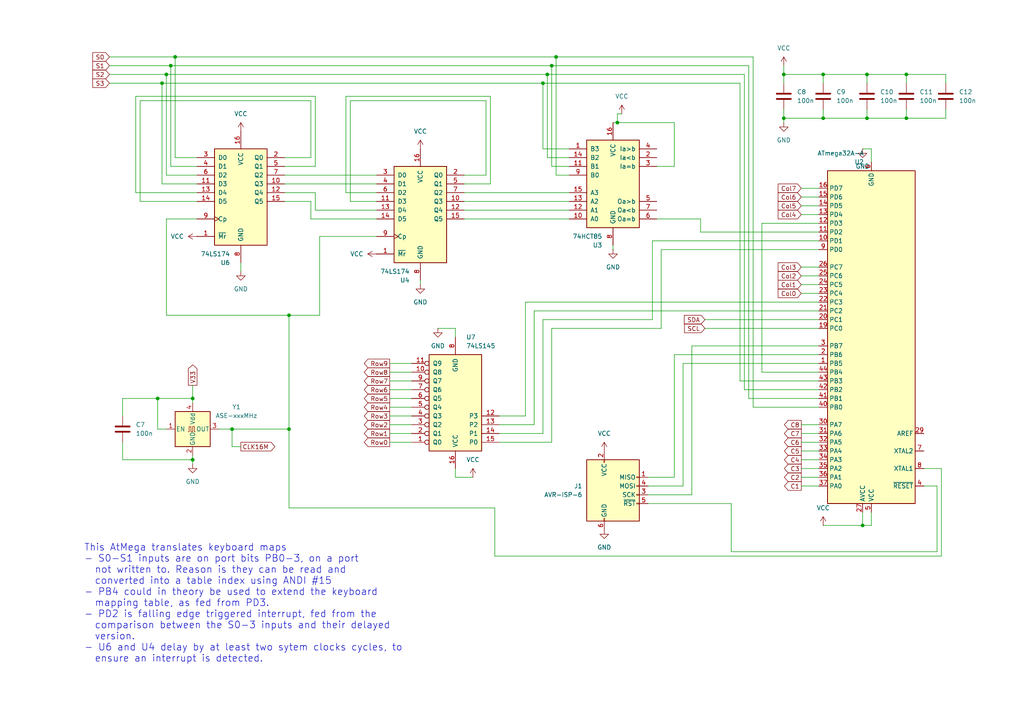
<source format=kicad_sch>
(kicad_sch (version 20250114) (generator "eeschema") (generator_version "9.0")
  (paper "A4")
  (lib_symbols
    (symbol "74xx:74HCT85" (pin_names (offset 1.016))
      (property "Reference" "U" (at -7.62 13.97 0))
      (property "Value" "74HCT85" (at -7.62 -13.97 0))
      (symbol "74HCT85_1_0"
        (pin input line (at -12.7 10.16 0) (length 5.08) (name "B3") (number "1"))
        (pin input line (at -12.7 7.62 0) (length 5.08) (name "B2") (number "14"))
        (pin input line (at -12.7 5.08 0) (length 5.08) (name "B1") (number "11"))
        (pin input line (at -12.7 2.54 0) (length 5.08) (name "B0") (number "9"))
        (pin input line (at -12.7 -2.54 0) (length 5.08) (name "A3") (number "15"))
        (pin input line (at -12.7 -5.08 0) (length 5.08) (name "A2") (number "13"))
        (pin input line (at -12.7 -7.62 0) (length 5.08) (name "A1") (number "12"))
        (pin input line (at -12.7 -10.16 0) (length 5.08) (name "A0") (number "10"))
        (pin power_in line (at 0 17.78 270) (length 5.08) (name "VCC") (number "16"))
        (pin power_in line (at 0 -17.78 90) (length 5.08) (name "GND") (number "8"))
        (pin input line (at 12.7 10.16 180) (length 5.08) (name "Ia>b") (number "4"))
        (pin input line (at 12.7 7.62 180) (length 5.08) (name "Ia<b") (number "2"))
        (pin input line (at 12.7 5.08 180) (length 5.08) (name "Ia=b") (number "3"))
        (pin output line (at 12.7 -5.08 180) (length 5.08) (name "Oa>b") (number "5"))
        (pin output line (at 12.7 -7.62 180) (length 5.08) (name "Oa<b") (number "7"))
        (pin output line (at 12.7 -10.16 180) (length 5.08) (name "Oa=b") (number "6"))
      )
      (symbol "74HCT85_1_1"
        (rectangle (start -7.62 12.7) (end 7.62 -12.7) (stroke (width 0.254)) (fill (type background)))
      )
    )
    (symbol "74xx:74LS145" (pin_names (offset 1.016))
      (property "Reference" "U" (at -7.62 13.97 0))
      (property "Value" "74LS145" (at -7.62 -16.51 0))
      (symbol "74LS145_1_0"
        (pin input line (at -12.7 10.16 0) (length 5.08) (name "P0") (number "15"))
        (pin input line (at -12.7 7.62 0) (length 5.08) (name "P1") (number "14"))
        (pin input line (at -12.7 5.08 0) (length 5.08) (name "P2") (number "13"))
        (pin input line (at -12.7 2.54 0) (length 5.08) (name "P3") (number "12"))
        (pin power_in line (at 0 17.78 270) (length 5.08) (name "VCC") (number "16"))
        (pin power_in line (at 0 -20.32 90) (length 5.08) (name "GND") (number "8"))
        (pin open_collector inverted (at 12.7 10.16 180) (length 5.08) (name "Q0") (number "1"))
        (pin open_collector inverted (at 12.7 7.62 180) (length 5.08) (name "Q1") (number "2"))
        (pin open_collector inverted (at 12.7 5.08 180) (length 5.08) (name "Q2") (number "3"))
        (pin open_collector inverted (at 12.7 2.54 180) (length 5.08) (name "Q3") (number "4"))
        (pin open_collector inverted (at 12.7 0 180) (length 5.08) (name "Q4") (number "5"))
        (pin open_collector inverted (at 12.7 -2.54 180) (length 5.08) (name "Q5") (number "6"))
        (pin open_collector inverted (at 12.7 -5.08 180) (length 5.08) (name "Q6") (number "7"))
        (pin open_collector inverted (at 12.7 -7.62 180) (length 5.08) (name "Q7") (number "9"))
        (pin open_collector inverted (at 12.7 -10.16 180) (length 5.08) (name "Q8") (number "10"))
        (pin open_collector inverted (at 12.7 -12.7 180) (length 5.08) (name "Q9") (number "11"))
      )
      (symbol "74LS145_1_1"
        (rectangle (start -7.62 12.7) (end 7.62 -15.24) (stroke (width 0.254)) (fill (type background)))
      )
    )
    (symbol "74xx:74LS174" (pin_names (offset 1.016))
      (property "Reference" "U" (at -7.62 13.97 0))
      (property "Value" "74LS174" (at -7.62 -16.51 0))
      (symbol "74LS174_1_0"
        (pin input line (at -12.7 10.16 0) (length 5.08) (name "D0") (number "3"))
        (pin input line (at -12.7 7.62 0) (length 5.08) (name "D1") (number "4"))
        (pin input line (at -12.7 5.08 0) (length 5.08) (name "D2") (number "6"))
        (pin input line (at -12.7 2.54 0) (length 5.08) (name "D3") (number "11"))
        (pin input line (at -12.7 0 0) (length 5.08) (name "D4") (number "13"))
        (pin input line (at -12.7 -2.54 0) (length 5.08) (name "D5") (number "14"))
        (pin input clock (at -12.7 -7.62 0) (length 5.08) (name "Cp") (number "9"))
        (pin input line (at -12.7 -12.7 0) (length 5.08) (name "~{Mr}") (number "1"))
        (pin power_in line (at 0 17.78 270) (length 5.08) (name "VCC") (number "16"))
        (pin power_in line (at 0 -20.32 90) (length 5.08) (name "GND") (number "8"))
        (pin output line (at 12.7 10.16 180) (length 5.08) (name "Q0") (number "2"))
        (pin output line (at 12.7 7.62 180) (length 5.08) (name "Q1") (number "5"))
        (pin output line (at 12.7 5.08 180) (length 5.08) (name "Q2") (number "7"))
        (pin output line (at 12.7 2.54 180) (length 5.08) (name "Q3") (number "10"))
        (pin output line (at 12.7 0 180) (length 5.08) (name "Q4") (number "12"))
        (pin output line (at 12.7 -2.54 180) (length 5.08) (name "Q5") (number "15"))
      )
      (symbol "74LS174_1_1"
        (rectangle (start -7.62 12.7) (end 7.62 -15.24) (stroke (width 0.254)) (fill (type background)))
      )
    )
    (symbol "Connector:AVR-ISP-6" (pin_names (offset 1.016))
      (property "Reference" "J" (at -6.35 11.43 0))
      (property "Value" "AVR-ISP-6" (at 0 11.43 0))
      (symbol "AVR-ISP-6_0_1"
        (rectangle (start -2.667 10.16) (end -2.413 9.398))
        (rectangle (start -2.667 -6.858) (end -2.413 -7.62))
        (rectangle (start 7.62 10.16) (end -7.62 -7.62) (stroke (width 0.254)) (fill (type background)))
        (rectangle (start 7.62 5.207) (end 6.858 4.953))
        (rectangle (start 7.62 2.667) (end 6.858 2.413))
        (rectangle (start 7.62 0.127) (end 6.858 -0.127))
        (rectangle (start 7.62 -2.413) (end 6.858 -2.667))
      )
      (symbol "AVR-ISP-6_1_1"
        (pin passive line (at -2.54 12.7 270) (length 2.54) (name "VCC") (number "2"))
        (pin passive line (at -2.54 -10.16 90) (length 2.54) (name "GND") (number "6"))
        (pin passive line (at 10.16 5.08 180) (length 2.54) (name "MISO") (number "1"))
        (pin passive line (at 10.16 2.54 180) (length 2.54) (name "MOSI") (number "4"))
        (pin passive line (at 10.16 0 180) (length 2.54) (name "SCK") (number "3"))
        (pin passive line (at 10.16 -2.54 180) (length 2.54) (name "~{RST}") (number "5"))
      )
    )
    (symbol "Device:C" (pin_numbers (hide yes)) (pin_names (offset 0.254))
      (property "Reference" "C" (at 0.635 2.54 0))
      (property "Value" "C" (at 0.635 -2.54 0))
      (symbol "C_0_1"
        (polyline (pts (xy -2.032 0.762) (xy 2.032 0.762)) (stroke (width 0.508)))
        (polyline (pts (xy -2.032 -0.762) (xy 2.032 -0.762)) (stroke (width 0.508)))
      )
      (symbol "C_1_1"
        (pin passive line (at 0 3.81 270) (length 2.794) (name "~") (number "1"))
        (pin passive line (at 0 -3.81 90) (length 2.794) (name "~") (number "2"))
      )
    )
    (symbol "MCU_Microchip_ATmega:ATmega32A-A"
      (property "Reference" "U" (at -12.7 49.53 0))
      (property "Value" "ATmega32A-A" (at 2.54 -49.53 0))
      (symbol "ATmega32A-A_0_1"
        (rectangle (start -12.7 -48.26) (end 12.7 48.26) (stroke (width 0.254)) (fill (type background)))
      )
      (symbol "ATmega32A-A_1_1"
        (pin input line (at -15.24 43.18 0) (length 2.54) (name "~{RESET}") (number "4"))
        (pin input line (at -15.24 38.1 0) (length 2.54) (name "XTAL1") (number "8"))
        (pin output line (at -15.24 33.02 0) (length 2.54) (name "XTAL2") (number "7"))
        (pin passive line (at -15.24 27.94 0) (length 2.54) (name "AREF") (number "29"))
        (pin passive line (at 0 50.8 270) (length 2.54) (hide yes) (name "VCC") (number "17"))
        (pin passive line (at 0 50.8 270) (length 2.54) (hide yes) (name "VCC") (number "38"))
        (pin power_in line (at 0 50.8 270) (length 2.54) (name "VCC") (number "5"))
        (pin passive line (at 0 -50.8 90) (length 2.54) (hide yes) (name "GND") (number "18"))
        (pin passive line (at 0 -50.8 90) (length 2.54) (hide yes) (name "GND") (number "28"))
        (pin passive line (at 0 -50.8 90) (length 2.54) (hide yes) (name "GND") (number "39"))
        (pin power_in line (at 0 -50.8 90) (length 2.54) (name "GND") (number "6"))
        (pin power_in line (at 2.54 50.8 270) (length 2.54) (name "AVCC") (number "27"))
        (pin bidirectional line (at 15.24 43.18 180) (length 2.54) (name "PA0") (number "37"))
        (pin bidirectional line (at 15.24 40.64 180) (length 2.54) (name "PA1") (number "36"))
        (pin bidirectional line (at 15.24 38.1 180) (length 2.54) (name "PA2") (number "35"))
        (pin bidirectional line (at 15.24 35.56 180) (length 2.54) (name "PA3") (number "34"))
        (pin bidirectional line (at 15.24 33.02 180) (length 2.54) (name "PA4") (number "33"))
        (pin bidirectional line (at 15.24 30.48 180) (length 2.54) (name "PA5") (number "32"))
        (pin bidirectional line (at 15.24 27.94 180) (length 2.54) (name "PA6") (number "31"))
        (pin bidirectional line (at 15.24 25.4 180) (length 2.54) (name "PA7") (number "30"))
        (pin bidirectional line (at 15.24 20.32 180) (length 2.54) (name "PB0") (number "40"))
        (pin bidirectional line (at 15.24 17.78 180) (length 2.54) (name "PB1") (number "41"))
        (pin bidirectional line (at 15.24 15.24 180) (length 2.54) (name "PB2") (number "42"))
        (pin bidirectional line (at 15.24 12.7 180) (length 2.54) (name "PB3") (number "43"))
        (pin bidirectional line (at 15.24 10.16 180) (length 2.54) (name "PB4") (number "44"))
        (pin bidirectional line (at 15.24 7.62 180) (length 2.54) (name "PB5") (number "1"))
        (pin bidirectional line (at 15.24 5.08 180) (length 2.54) (name "PB6") (number "2"))
        (pin bidirectional line (at 15.24 2.54 180) (length 2.54) (name "PB7") (number "3"))
        (pin bidirectional line (at 15.24 -2.54 180) (length 2.54) (name "PC0") (number "19"))
        (pin bidirectional line (at 15.24 -5.08 180) (length 2.54) (name "PC1") (number "20"))
        (pin bidirectional line (at 15.24 -7.62 180) (length 2.54) (name "PC2") (number "21"))
        (pin bidirectional line (at 15.24 -10.16 180) (length 2.54) (name "PC3") (number "22"))
        (pin bidirectional line (at 15.24 -12.7 180) (length 2.54) (name "PC4") (number "23"))
        (pin bidirectional line (at 15.24 -15.24 180) (length 2.54) (name "PC5") (number "24"))
        (pin bidirectional line (at 15.24 -17.78 180) (length 2.54) (name "PC6") (number "25"))
        (pin bidirectional line (at 15.24 -20.32 180) (length 2.54) (name "PC7") (number "26"))
        (pin bidirectional line (at 15.24 -25.4 180) (length 2.54) (name "PD0") (number "9"))
        (pin bidirectional line (at 15.24 -27.94 180) (length 2.54) (name "PD1") (number "10"))
        (pin bidirectional line (at 15.24 -30.48 180) (length 2.54) (name "PD2") (number "11"))
        (pin bidirectional line (at 15.24 -33.02 180) (length 2.54) (name "PD3") (number "12"))
        (pin bidirectional line (at 15.24 -35.56 180) (length 2.54) (name "PD4") (number "13"))
        (pin bidirectional line (at 15.24 -38.1 180) (length 2.54) (name "PD5") (number "14"))
        (pin bidirectional line (at 15.24 -40.64 180) (length 2.54) (name "PD6") (number "15"))
        (pin bidirectional line (at 15.24 -43.18 180) (length 2.54) (name "PD7") (number "16"))
      )
    )
    (symbol "Oscillator:ASE-xxxMHz" (pin_names (offset 0.254))
      (property "Reference" "Y" (at -5.08 6.35 0))
      (property "Value" "ASE-xxxMHz" (at 1.27 -6.35 0))
      (symbol "ASE-xxxMHz_0_1"
        (rectangle (start -5.08 5.08) (end 5.08 -5.08) (stroke (width 0.254)) (fill (type background)))
        (polyline (pts (xy -1.27 -0.762) (xy -1.016 -0.762) (xy -1.016 0.762) (xy -0.508 0.762) (xy -0.508 -0.762) (xy 0 -0.762) (xy 0 0.762) (xy 0.508 0.762) (xy 0.508 -0.762) (xy 0.762 -0.762)))
      )
      (symbol "ASE-xxxMHz_1_1"
        (pin input line (at -7.62 0 0) (length 2.54) (name "EN") (number "1"))
        (pin power_in line (at 0 7.62 270) (length 2.54) (name "Vdd") (number "4"))
        (pin power_in line (at 0 -7.62 90) (length 2.54) (name "GND") (number "2"))
        (pin output line (at 7.62 0 180) (length 2.54) (name "OUT") (number "3"))
      )
    )
    (symbol "power:GND" (power) (pin_numbers (hide yes)) (pin_names (offset 0) (hide yes))
      (property "Value" "GND" (at 0 -3.81 0))
      (symbol "GND_0_1"
        (polyline (pts (xy 0 0) (xy 0 -1.27) (xy 1.27 -1.27) (xy 0 -2.54) (xy -1.27 -1.27) (xy 0 -1.27)))
      )
      (symbol "GND_1_1"
        (pin power_in line (at 0 0 270) (length 0) (name "~") (number "1"))
      )
    )
    (symbol "power:VCC" (power) (pin_numbers (hide yes)) (pin_names (offset 0) (hide yes))
      (property "Value" "VCC" (at 0 3.556 0))
      (symbol "VCC_0_1"
        (polyline (pts (xy -0.762 1.27) (xy 0 2.54)))
        (polyline (pts (xy 0 2.54) (xy 0.762 1.27)))
        (polyline (pts (xy 0 0) (xy 0 2.54)))
      )
      (symbol "VCC_1_1"
        (pin power_in line (at 0 0 90) (length 0) (name "~") (number "1"))
      )
    )
  )
  (text "This AtMega translates keyboard maps\n- S0-S1 inputs are on port bits PB0-3, on a port\n  not written to. Reason is they can be read and\n  converted into a table index using ANDI #15\n- PB4 could in theory be used to extend the keyboard\n  mapping table, as fed from PD3.\n- PD2 is falling edge triggered interrupt, fed from the\n  comparison between the S0-3 inputs and their delayed\n  version. \n- U6 and U4 delay by at least two sytem clocks cycles, to \n  ensure an interrupt is detected." (at 24.384 175.006 0) (effects (font (size 2 2)) (justify left)))
  (junction (at 250.19 152.4))
  (junction (at 67.31 124.46))
  (junction (at 227.33 34.29))
  (junction (at 157.48 24.13))
  (junction (at 49.53 19.05))
  (junction (at 160.02 19.05))
  (junction (at 238.76 21.59))
  (junction (at 238.76 34.29))
  (junction (at 55.88 115.57))
  (junction (at 262.89 34.29))
  (junction (at 55.88 133.35))
  (junction (at 50.8 16.51))
  (junction (at 83.82 124.46))
  (junction (at 48.26 21.59))
  (junction (at 251.46 21.59))
  (junction (at 83.82 91.44))
  (junction (at 45.72 115.57))
  (junction (at 179.07 35.56))
  (junction (at 161.29 16.51))
  (junction (at 158.75 21.59))
  (junction (at 227.33 21.59))
  (junction (at 251.46 34.29))
  (junction (at 262.89 21.59))
  (junction (at 46.99 24.13))
  (wire (pts (xy 91.44 48.26) (xy 91.44 27.94)))
  (wire (pts (xy 46.99 24.13) (xy 31.75 24.13)))
  (wire (pts (xy 113.03 115.57) (xy 119.38 115.57)))
  (wire (pts (xy 232.41 130.81) (xy 237.49 130.81)))
  (wire (pts (xy 46.99 53.34) (xy 57.15 53.34)))
  (wire (pts (xy 273.05 161.29) (xy 273.05 135.89)))
  (wire (pts (xy 215.9 21.59) (xy 215.9 113.03)))
  (wire (pts (xy 55.88 111.76) (xy 55.88 115.57)))
  (wire (pts (xy 251.46 34.29) (xy 238.76 34.29)))
  (wire (pts (xy 218.44 16.51) (xy 218.44 118.11)))
  (wire (pts (xy 39.37 55.88) (xy 39.37 27.94)))
  (wire (pts (xy 50.8 45.72) (xy 57.15 45.72)))
  (wire (pts (xy 232.41 85.09) (xy 237.49 85.09)))
  (wire (pts (xy 83.82 91.44) (xy 92.71 91.44)))
  (wire (pts (xy 113.03 123.19) (xy 119.38 123.19)))
  (wire (pts (xy 238.76 31.75) (xy 238.76 34.29)))
  (wire (pts (xy 142.24 53.34) (xy 142.24 27.94)))
  (wire (pts (xy 83.82 147.32) (xy 143.51 147.32)))
  (wire (pts (xy 232.41 140.97) (xy 237.49 140.97)))
  (wire (pts (xy 160.02 19.05) (xy 217.17 19.05)))
  (wire (pts (xy 113.03 125.73) (xy 119.38 125.73)))
  (wire (pts (xy 232.41 80.01) (xy 237.49 80.01)))
  (wire (pts (xy 187.96 143.51) (xy 200.66 143.51)))
  (wire (pts (xy 204.47 92.71) (xy 237.49 92.71)))
  (wire (pts (xy 90.17 45.72) (xy 90.17 29.21)))
  (wire (pts (xy 143.51 161.29) (xy 273.05 161.29)))
  (wire (pts (xy 191.77 72.39) (xy 191.77 95.25)))
  (wire (pts (xy 134.62 53.34) (xy 142.24 53.34)))
  (wire (pts (xy 109.22 58.42) (xy 101.6 58.42)))
  (wire (pts (xy 203.2 67.31) (xy 237.49 67.31)))
  (wire (pts (xy 48.26 21.59) (xy 48.26 50.8)))
  (wire (pts (xy 57.15 58.42) (xy 40.64 58.42)))
  (wire (pts (xy 262.89 34.29) (xy 251.46 34.29)))
  (wire (pts (xy 227.33 21.59) (xy 238.76 21.59)))
  (wire (pts (xy 91.44 55.88) (xy 91.44 60.96)))
  (wire (pts (xy 91.44 60.96) (xy 109.22 60.96)))
  (wire (pts (xy 237.49 57.15) (xy 232.41 57.15)))
  (wire (pts (xy 49.53 19.05) (xy 49.53 48.26)))
  (wire (pts (xy 109.22 55.88) (xy 100.33 55.88)))
  (wire (pts (xy 140.97 29.21) (xy 101.6 29.21)))
  (wire (pts (xy 237.49 100.33) (xy 200.66 100.33)))
  (wire (pts (xy 274.32 34.29) (xy 262.89 34.29)))
  (wire (pts (xy 251.46 21.59) (xy 251.46 24.13)))
  (wire (pts (xy 83.82 91.44) (xy 83.82 124.46)))
  (wire (pts (xy 48.26 124.46) (xy 45.72 124.46)))
  (wire (pts (xy 50.8 16.51) (xy 50.8 45.72)))
  (wire (pts (xy 83.82 124.46) (xy 83.82 147.32)))
  (wire (pts (xy 46.99 24.13) (xy 46.99 53.34)))
  (wire (pts (xy 157.48 125.73) (xy 144.78 125.73)))
  (wire (pts (xy 57.15 55.88) (xy 39.37 55.88)))
  (wire (pts (xy 90.17 29.21) (xy 40.64 29.21)))
  (wire (pts (xy 227.33 34.29) (xy 227.33 35.56)))
  (wire (pts (xy 198.12 140.97) (xy 198.12 105.41)))
  (wire (pts (xy 165.1 45.72) (xy 158.75 45.72)))
  (wire (pts (xy 67.31 124.46) (xy 83.82 124.46)))
  (wire (pts (xy 127 95.25) (xy 132.08 95.25)))
  (wire (pts (xy 203.2 67.31) (xy 203.2 63.5)))
  (wire (pts (xy 91.44 27.94) (xy 39.37 27.94)))
  (wire (pts (xy 48.26 63.5) (xy 48.26 91.44)))
  (wire (pts (xy 237.49 105.41) (xy 198.12 105.41)))
  (wire (pts (xy 113.03 105.41) (xy 119.38 105.41)))
  (wire (pts (xy 165.1 63.5) (xy 134.62 63.5)))
  (wire (pts (xy 251.46 21.59) (xy 262.89 21.59)))
  (wire (pts (xy 214.63 110.49) (xy 237.49 110.49)))
  (wire (pts (xy 177.8 72.39) (xy 177.8 71.12)))
  (wire (pts (xy 121.92 82.55) (xy 121.92 81.28)))
  (wire (pts (xy 92.71 68.58) (xy 109.22 68.58)))
  (wire (pts (xy 113.03 128.27) (xy 119.38 128.27)))
  (wire (pts (xy 262.89 21.59) (xy 274.32 21.59)))
  (wire (pts (xy 252.73 43.18) (xy 250.19 43.18)))
  (wire (pts (xy 232.41 138.43) (xy 237.49 138.43)))
  (wire (pts (xy 227.33 21.59) (xy 227.33 24.13)))
  (wire (pts (xy 160.02 95.25) (xy 160.02 128.27)))
  (wire (pts (xy 250.19 152.4) (xy 252.73 152.4)))
  (wire (pts (xy 152.4 120.65) (xy 144.78 120.65)))
  (wire (pts (xy 113.03 110.49) (xy 119.38 110.49)))
  (wire (pts (xy 82.55 58.42) (xy 90.17 58.42)))
  (wire (pts (xy 232.41 77.47) (xy 237.49 77.47)))
  (wire (pts (xy 274.32 31.75) (xy 274.32 34.29)))
  (wire (pts (xy 142.24 27.94) (xy 100.33 27.94)))
  (wire (pts (xy 101.6 58.42) (xy 101.6 29.21)))
  (wire (pts (xy 57.15 63.5) (xy 48.26 63.5)))
  (wire (pts (xy 180.34 33.02) (xy 179.07 33.02)))
  (wire (pts (xy 238.76 21.59) (xy 238.76 24.13)))
  (wire (pts (xy 190.5 48.26) (xy 195.58 48.26)))
  (wire (pts (xy 212.09 160.02) (xy 271.78 160.02)))
  (wire (pts (xy 200.66 143.51) (xy 200.66 100.33)))
  (wire (pts (xy 92.71 91.44) (xy 92.71 68.58)))
  (wire (pts (xy 161.29 50.8) (xy 165.1 50.8)))
  (wire (pts (xy 140.97 50.8) (xy 140.97 29.21)))
  (wire (pts (xy 187.96 140.97) (xy 198.12 140.97)))
  (wire (pts (xy 113.03 118.11) (xy 119.38 118.11)))
  (wire (pts (xy 251.46 31.75) (xy 251.46 34.29)))
  (wire (pts (xy 204.47 95.25) (xy 237.49 95.25)))
  (wire (pts (xy 165.1 48.26) (xy 160.02 48.26)))
  (wire (pts (xy 195.58 35.56) (xy 179.07 35.56)))
  (wire (pts (xy 48.26 50.8) (xy 57.15 50.8)))
  (wire (pts (xy 161.29 16.51) (xy 161.29 50.8)))
  (wire (pts (xy 55.88 115.57) (xy 55.88 116.84)))
  (wire (pts (xy 157.48 24.13) (xy 157.48 43.18)))
  (wire (pts (xy 238.76 34.29) (xy 227.33 34.29)))
  (wire (pts (xy 82.55 55.88) (xy 91.44 55.88)))
  (wire (pts (xy 165.1 43.18) (xy 157.48 43.18)))
  (wire (pts (xy 50.8 16.51) (xy 161.29 16.51)))
  (wire (pts (xy 35.56 133.35) (xy 55.88 133.35)))
  (wire (pts (xy 69.85 129.54) (xy 67.31 129.54)))
  (wire (pts (xy 220.98 107.95) (xy 237.49 107.95)))
  (wire (pts (xy 158.75 21.59) (xy 215.9 21.59)))
  (wire (pts (xy 232.41 82.55) (xy 237.49 82.55)))
  (wire (pts (xy 214.63 24.13) (xy 214.63 110.49)))
  (wire (pts (xy 113.03 107.95) (xy 119.38 107.95)))
  (wire (pts (xy 48.26 21.59) (xy 158.75 21.59)))
  (wire (pts (xy 232.41 135.89) (xy 237.49 135.89)))
  (wire (pts (xy 157.48 24.13) (xy 214.63 24.13)))
  (wire (pts (xy 262.89 31.75) (xy 262.89 34.29)))
  (wire (pts (xy 220.98 64.77) (xy 220.98 107.95)))
  (wire (pts (xy 267.97 140.97) (xy 271.78 140.97)))
  (wire (pts (xy 82.55 45.72) (xy 90.17 45.72)))
  (wire (pts (xy 195.58 138.43) (xy 195.58 102.87)))
  (wire (pts (xy 203.2 63.5) (xy 190.5 63.5)))
  (wire (pts (xy 217.17 19.05) (xy 217.17 115.57)))
  (wire (pts (xy 187.96 138.43) (xy 195.58 138.43)))
  (wire (pts (xy 152.4 87.63) (xy 152.4 120.65)))
  (wire (pts (xy 45.72 115.57) (xy 55.88 115.57)))
  (wire (pts (xy 212.09 160.02) (xy 212.09 146.05)))
  (wire (pts (xy 238.76 152.4) (xy 250.19 152.4)))
  (wire (pts (xy 195.58 48.26) (xy 195.58 35.56)))
  (wire (pts (xy 55.88 134.62) (xy 55.88 133.35)))
  (wire (pts (xy 274.32 24.13) (xy 274.32 21.59)))
  (wire (pts (xy 46.99 24.13) (xy 157.48 24.13)))
  (wire (pts (xy 137.16 138.43) (xy 132.08 138.43)))
  (wire (pts (xy 100.33 55.88) (xy 100.33 27.94)))
  (wire (pts (xy 109.22 53.34) (xy 82.55 53.34)))
  (wire (pts (xy 237.49 64.77) (xy 220.98 64.77)))
  (wire (pts (xy 49.53 19.05) (xy 31.75 19.05)))
  (wire (pts (xy 237.49 62.23) (xy 232.41 62.23)))
  (wire (pts (xy 132.08 95.25) (xy 132.08 97.79)))
  (wire (pts (xy 237.49 69.85) (xy 189.23 69.85)))
  (wire (pts (xy 252.73 152.4) (xy 252.73 148.59)))
  (wire (pts (xy 45.72 124.46) (xy 45.72 115.57)))
  (wire (pts (xy 158.75 21.59) (xy 158.75 45.72)))
  (wire (pts (xy 215.9 113.03) (xy 237.49 113.03)))
  (wire (pts (xy 267.97 135.89) (xy 273.05 135.89)))
  (wire (pts (xy 238.76 21.59) (xy 251.46 21.59)))
  (wire (pts (xy 227.33 31.75) (xy 227.33 34.29)))
  (wire (pts (xy 252.73 43.18) (xy 252.73 46.99)))
  (wire (pts (xy 154.94 90.17) (xy 154.94 123.19)))
  (wire (pts (xy 165.1 55.88) (xy 134.62 55.88)))
  (wire (pts (xy 55.88 133.35) (xy 55.88 132.08)))
  (wire (pts (xy 237.49 59.69) (xy 232.41 59.69)))
  (wire (pts (xy 152.4 87.63) (xy 237.49 87.63)))
  (wire (pts (xy 217.17 115.57) (xy 237.49 115.57)))
  (wire (pts (xy 113.03 113.03) (xy 119.38 113.03)))
  (wire (pts (xy 237.49 72.39) (xy 191.77 72.39)))
  (wire (pts (xy 67.31 129.54) (xy 67.31 124.46)))
  (wire (pts (xy 179.07 33.02) (xy 179.07 35.56)))
  (wire (pts (xy 132.08 138.43) (xy 132.08 135.89)))
  (wire (pts (xy 134.62 50.8) (xy 140.97 50.8)))
  (wire (pts (xy 154.94 123.19) (xy 144.78 123.19)))
  (wire (pts (xy 232.41 133.35) (xy 237.49 133.35)))
  (wire (pts (xy 262.89 21.59) (xy 262.89 24.13)))
  (wire (pts (xy 218.44 118.11) (xy 237.49 118.11)))
  (wire (pts (xy 82.55 48.26) (xy 91.44 48.26)))
  (wire (pts (xy 212.09 146.05) (xy 187.96 146.05)))
  (wire (pts (xy 189.23 69.85) (xy 189.23 92.71)))
  (wire (pts (xy 143.51 147.32) (xy 143.51 161.29)))
  (wire (pts (xy 271.78 140.97) (xy 271.78 160.02)))
  (wire (pts (xy 90.17 63.5) (xy 109.22 63.5)))
  (wire (pts (xy 232.41 123.19) (xy 237.49 123.19)))
  (wire (pts (xy 237.49 102.87) (xy 195.58 102.87)))
  (wire (pts (xy 161.29 16.51) (xy 218.44 16.51)))
  (wire (pts (xy 250.19 152.4) (xy 250.19 148.59)))
  (wire (pts (xy 48.26 21.59) (xy 31.75 21.59)))
  (wire (pts (xy 113.03 120.65) (xy 119.38 120.65)))
  (wire (pts (xy 165.1 58.42) (xy 134.62 58.42)))
  (wire (pts (xy 237.49 54.61) (xy 232.41 54.61)))
  (wire (pts (xy 69.85 78.74) (xy 69.85 76.2)))
  (wire (pts (xy 48.26 91.44) (xy 83.82 91.44)))
  (wire (pts (xy 189.23 92.71) (xy 157.48 92.71)))
  (wire (pts (xy 50.8 16.51) (xy 31.75 16.51)))
  (wire (pts (xy 109.22 50.8) (xy 82.55 50.8)))
  (wire (pts (xy 35.56 128.27) (xy 35.56 133.35)))
  (wire (pts (xy 232.41 128.27) (xy 237.49 128.27)))
  (wire (pts (xy 49.53 19.05) (xy 160.02 19.05)))
  (wire (pts (xy 179.07 35.56) (xy 177.8 35.56)))
  (wire (pts (xy 49.53 48.26) (xy 57.15 48.26)))
  (wire (pts (xy 191.77 95.25) (xy 160.02 95.25)))
  (wire (pts (xy 160.02 128.27) (xy 144.78 128.27)))
  (wire (pts (xy 160.02 19.05) (xy 160.02 48.26)))
  (wire (pts (xy 154.94 90.17) (xy 237.49 90.17)))
  (wire (pts (xy 232.41 125.73) (xy 237.49 125.73)))
  (wire (pts (xy 35.56 120.65) (xy 35.56 115.57)))
  (wire (pts (xy 165.1 60.96) (xy 134.62 60.96)))
  (wire (pts (xy 157.48 92.71) (xy 157.48 125.73)))
  (wire (pts (xy 227.33 19.05) (xy 227.33 21.59)))
  (wire (pts (xy 40.64 58.42) (xy 40.64 29.21)))
  (wire (pts (xy 90.17 58.42) (xy 90.17 63.5)))
  (wire (pts (xy 63.5 124.46) (xy 67.31 124.46)))
  (wire (pts (xy 35.56 115.57) (xy 45.72 115.57)))
  (global_label "Col5" (shape input) (at 232.41 59.69 180) (property "Intersheetrefs" "${INTERSHEET_REFS}" (effects (hide yes))))
  (global_label "C1" (shape output) (at 232.41 140.97 180) (property "Intersheetrefs" "${INTERSHEET_REFS}" (effects (hide yes))))
  (global_label "SCL" (shape input) (at 204.47 95.25 180) (property "Intersheetrefs" "${INTERSHEET_REFS}" (effects (hide yes))))
  (global_label "S1" (shape input) (at 31.75 19.05 180) (property "Intersheetrefs" "${INTERSHEET_REFS}" (effects (hide yes))))
  (global_label "C2" (shape output) (at 232.41 138.43 180) (property "Intersheetrefs" "${INTERSHEET_REFS}" (effects (hide yes))))
  (global_label "C5" (shape output) (at 232.41 130.81 180) (property "Intersheetrefs" "${INTERSHEET_REFS}" (effects (hide yes))))
  (global_label "Col1" (shape input) (at 232.41 82.55 180) (property "Intersheetrefs" "${INTERSHEET_REFS}" (effects (hide yes))))
  (global_label "S3" (shape input) (at 31.75 24.13 180) (property "Intersheetrefs" "${INTERSHEET_REFS}" (effects (hide yes))))
  (global_label "SDA" (shape input) (at 204.47 92.71 180) (property "Intersheetrefs" "${INTERSHEET_REFS}" (effects (hide yes))))
  (global_label "C8" (shape output) (at 232.41 123.19 180) (property "Intersheetrefs" "${INTERSHEET_REFS}" (effects (hide yes))))
  (global_label "Col2" (shape input) (at 232.41 80.01 180) (property "Intersheetrefs" "${INTERSHEET_REFS}" (effects (hide yes))))
  (global_label "Row8" (shape output) (at 113.03 107.95 180) (property "Intersheetrefs" "${INTERSHEET_REFS}" (effects (hide yes))))
  (global_label "Col4" (shape input) (at 232.41 62.23 180) (property "Intersheetrefs" "${INTERSHEET_REFS}" (effects (hide yes))))
  (global_label "Row0" (shape output) (at 113.03 128.27 180) (property "Intersheetrefs" "${INTERSHEET_REFS}" (effects (hide yes))))
  (global_label "Col7" (shape input) (at 232.41 54.61 180) (property "Intersheetrefs" "${INTERSHEET_REFS}" (effects (hide yes))))
  (global_label "C7" (shape output) (at 232.41 125.73 180) (property "Intersheetrefs" "${INTERSHEET_REFS}" (effects (hide yes))))
  (global_label "S0" (shape input) (at 31.75 16.51 180) (property "Intersheetrefs" "${INTERSHEET_REFS}" (effects (hide yes))))
  (global_label "Row3" (shape output) (at 113.03 120.65 180) (property "Intersheetrefs" "${INTERSHEET_REFS}" (effects (hide yes))))
  (global_label "Row7" (shape output) (at 113.03 110.49 180) (property "Intersheetrefs" "${INTERSHEET_REFS}" (effects (hide yes))))
  (global_label "V33" (shape output) (at 55.88 111.76 90) (property "Intersheetrefs" "${INTERSHEET_REFS}" (effects (hide yes))))
  (global_label "Row9" (shape output) (at 113.03 105.41 180) (property "Intersheetrefs" "${INTERSHEET_REFS}" (effects (hide yes))))
  (global_label "CLK16M" (shape output) (at 69.85 129.54 0) (property "Intersheetrefs" "${INTERSHEET_REFS}" (effects (hide yes))))
  (global_label "S2" (shape input) (at 31.75 21.59 180) (property "Intersheetrefs" "${INTERSHEET_REFS}" (effects (hide yes))))
  (global_label "Row6" (shape output) (at 113.03 113.03 180) (property "Intersheetrefs" "${INTERSHEET_REFS}" (effects (hide yes))))
  (global_label "Col6" (shape input) (at 232.41 57.15 180) (property "Intersheetrefs" "${INTERSHEET_REFS}" (effects (hide yes))))
  (global_label "C6" (shape output) (at 232.41 128.27 180) (property "Intersheetrefs" "${INTERSHEET_REFS}" (effects (hide yes))))
  (global_label "Row4" (shape output) (at 113.03 118.11 180) (property "Intersheetrefs" "${INTERSHEET_REFS}" (effects (hide yes))))
  (global_label "Row2" (shape output) (at 113.03 123.19 180) (property "Intersheetrefs" "${INTERSHEET_REFS}" (effects (hide yes))))
  (global_label "Row1" (shape output) (at 113.03 125.73 180) (property "Intersheetrefs" "${INTERSHEET_REFS}" (effects (hide yes))))
  (global_label "Col0" (shape input) (at 232.41 85.09 180) (property "Intersheetrefs" "${INTERSHEET_REFS}" (effects (hide yes))))
  (global_label "C4" (shape output) (at 232.41 133.35 180) (property "Intersheetrefs" "${INTERSHEET_REFS}" (effects (hide yes))))
  (global_label "Col3" (shape input) (at 232.41 77.47 180) (property "Intersheetrefs" "${INTERSHEET_REFS}" (effects (hide yes))))
  (global_label "Row5" (shape output) (at 113.03 115.57 180) (property "Intersheetrefs" "${INTERSHEET_REFS}" (effects (hide yes))))
  (global_label "C3" (shape output) (at 232.41 135.89 180) (property "Intersheetrefs" "${INTERSHEET_REFS}" (effects (hide yes))))
  (symbol (lib_id "power:VCC") (at 175.26 130.81 0) (unit 1)
    (property "Reference" "#PWR010" (effects (hide yes)))
    (property "Value" "VCC" (at 175.26 125.73 0))
    (property "Description" "Power symbol creates a global label with name \"VCC\"" (effects (hide yes)))
  )
  (symbol (lib_id "74xx:74LS174") (at 69.85 55.88 0) (unit 1)
    (property "Reference" "U6" (at 66.7319 76.2 0) (effects (justify right)))
    (property "Value" "74LS174" (at 66.7319 73.66 0) (effects (justify right)))
    (property "Footprint" "Package_SO:SO-16_3.9x9.9mm_P1.27mm" (effects (hide yes)))
    (property "Datasheet" "http://www.ti.com/lit/gpn/sn74LS174" (effects (hide yes)))
    (property "Description" "Hex D-type Flip-Flop, reset" (effects (hide yes)))
    (property "LCSC" "C6828" (effects (hide yes)))
  )
  (symbol (lib_id "power:VCC") (at 227.33 19.05 0) (unit 1)
    (property "Reference" "#PWR022" (effects (hide yes)))
    (property "Value" "VCC" (at 227.33 13.97 0))
    (property "Description" "Power symbol creates a global label with name \"VCC\"" (effects (hide yes)))
  )
  (symbol (lib_id "Device:C") (at 262.89 27.94 0) (unit 1)
    (property "Reference" "C11" (at 266.7 26.6699 0) (effects (justify left)))
    (property "Value" "100n" (at 266.7 29.2099 0) (effects (justify left)))
    (property "Footprint" "Capacitor_SMD:C_0805_2012Metric_Pad1.18x1.45mm_HandSolder" (effects (hide yes)))
    (property "Description" "Unpolarized capacitor" (effects (hide yes)))
    (property "LCSC" "C14663" (effects (hide yes)))
  )
  (symbol (lib_id "74xx:74LS174") (at 121.92 60.96 0) (unit 1)
    (property "Reference" "U4" (at 118.8019 81.28 0) (effects (justify right)))
    (property "Value" "74LS174" (at 118.8019 78.74 0) (effects (justify right)))
    (property "Footprint" "Package_SO:SO-16_3.9x9.9mm_P1.27mm" (effects (hide yes)))
    (property "Datasheet" "http://www.ti.com/lit/gpn/sn74LS174" (effects (hide yes)))
    (property "Description" "Hex D-type Flip-Flop, reset" (effects (hide yes)))
    (property "LCSC" "C6828" (effects (hide yes)))
  )
  (symbol (lib_id "power:GND") (at 127 95.25 0) (unit 1)
    (property "Reference" "#PWR01" (effects (hide yes)))
    (property "Value" "GND" (at 127 100.33 0))
    (property "Description" "Power symbol creates a global label with name \"GND\" , ground" (effects (hide yes)))
  )
  (symbol (lib_id "Connector:AVR-ISP-6") (at 177.8 143.51 0) (unit 1)
    (property "Reference" "J1" (at 168.91 140.9699 0) (effects (justify right)))
    (property "Value" "AVR-ISP-6" (at 168.91 143.5099 0) (effects (justify right)))
    (property "Footprint" "Connector_IDC:IDC-Header_2x03_P2.54mm_Vertical" (effects (hide yes)))
    (property "Description" "Atmel 6-pin ISP connector" (effects (hide yes)))
    (property "LCSC" "C5372863" (effects (hide yes)))
  )
  (symbol (lib_id "power:VCC") (at 137.16 138.43 0) (unit 1)
    (property "Reference" "#PWR012" (effects (hide yes)))
    (property "Value" "VCC" (at 137.16 133.35 0))
    (property "Description" "Power symbol creates a global label with name \"VCC\"" (effects (hide yes)))
  )
  (symbol (lib_id "Device:C") (at 274.32 27.94 0) (unit 1)
    (property "Reference" "C12" (at 278.13 26.6699 0) (effects (justify left)))
    (property "Value" "100n" (at 278.13 29.2099 0) (effects (justify left)))
    (property "Footprint" "Capacitor_SMD:C_0805_2012Metric_Pad1.18x1.45mm_HandSolder" (effects (hide yes)))
    (property "Description" "Unpolarized capacitor" (effects (hide yes)))
    (property "LCSC" "C14663" (effects (hide yes)))
  )
  (symbol (lib_id "power:GND") (at 69.85 78.74 0) (unit 1)
    (property "Reference" "#PWR05" (effects (hide yes)))
    (property "Value" "GND" (at 69.85 83.82 0))
    (property "Description" "Power symbol creates a global label with name \"GND\" , ground" (effects (hide yes)))
  )
  (symbol (lib_id "power:VCC") (at 238.76 152.4 0) (unit 1)
    (property "Reference" "#PWR011" (effects (hide yes)))
    (property "Value" "VCC" (at 238.76 147.32 0))
    (property "Description" "Power symbol creates a global label with name \"VCC\"" (effects (hide yes)))
  )
  (symbol (lib_id "power:GND") (at 250.19 43.18 0) (unit 1)
    (property "Reference" "#PWR02" (effects (hide yes)))
    (property "Value" "GND" (at 250.19 48.26 0))
    (property "Description" "Power symbol creates a global label with name \"GND\" , ground" (effects (hide yes)))
  )
  (symbol (lib_id "power:GND") (at 177.8 72.39 0) (unit 1)
    (property "Reference" "#PWR03" (effects (hide yes)))
    (property "Value" "GND" (at 177.8 77.47 0))
    (property "Description" "Power symbol creates a global label with name \"GND\" , ground" (effects (hide yes)))
  )
  (symbol (lib_id "74xx:74HCT85") (at 177.8 53.34 0) (unit 1)
    (property "Reference" "U3" (at 174.6819 71.12 0) (effects (justify right)))
    (property "Value" "74HCT85" (at 174.6819 68.58 0) (effects (justify right)))
    (property "Footprint" "Package_SO:SO-16_3.9x9.9mm_P1.27mm" (effects (hide yes)))
    (property "Datasheet" "https://assets.nexperia.com/documents/data-sheet/74HC_HCT85.pdf" (effects (hide yes)))
    (property "Description" "4-bit Comparator" (effects (hide yes)))
    (property "LCSC" "C5953" (effects (hide yes)))
  )
  (symbol (lib_id "power:VCC") (at 121.92 43.18 0) (unit 1)
    (property "Reference" "#PWR07" (effects (hide yes)))
    (property "Value" "VCC" (at 121.92 38.1 0))
    (property "Description" "Power symbol creates a global label with name \"VCC\"" (effects (hide yes)))
  )
  (symbol (lib_id "power:VCC") (at 180.34 33.02 0) (unit 1)
    (property "Reference" "#PWR06" (effects (hide yes)))
    (property "Value" "VCC" (at 180.34 27.94 0))
    (property "Description" "Power symbol creates a global label with name \"VCC\"" (effects (hide yes)))
  )
  (symbol (lib_id "power:GND") (at 227.33 35.56 0) (unit 1)
    (property "Reference" "#PWR021" (effects (hide yes)))
    (property "Value" "GND" (at 227.33 40.64 0))
    (property "Description" "Power symbol creates a global label with name \"GND\" , ground" (effects (hide yes)))
  )
  (symbol (lib_id "Device:C") (at 238.76 27.94 0) (unit 1)
    (property "Reference" "C9" (at 242.57 26.6699 0) (effects (justify left)))
    (property "Value" "100n" (at 242.57 29.2099 0) (effects (justify left)))
    (property "Footprint" "Capacitor_SMD:C_0805_2012Metric_Pad1.18x1.45mm_HandSolder" (effects (hide yes)))
    (property "Description" "Unpolarized capacitor" (effects (hide yes)))
    (property "LCSC" "C14663" (effects (hide yes)))
  )
  (symbol (lib_id "74xx:74LS145") (at 132.08 118.11 180) (unit 1)
    (property "Reference" "U7" (at 135.1981 97.79 0) (effects (justify right)))
    (property "Value" "74LS145" (at 135.1981 100.33 0) (effects (justify right)))
    (property "Footprint" "Package_SO:SO-16_3.9x9.9mm_P1.27mm" (effects (hide yes)))
    (property "Datasheet" "http://www.ti.com/lit/gpn/sn74LS145" (effects (hide yes)))
    (property "Description" "Decoder 1 to 10, Open Collector" (effects (hide yes)))
    (property "LCSC" "C60829" (effects (hide yes)))
  )
  (symbol (lib_id "Device:C") (at 227.33 27.94 0) (unit 1)
    (property "Reference" "C8" (at 231.14 26.6699 0) (effects (justify left)))
    (property "Value" "100n" (at 231.14 29.2099 0) (effects (justify left)))
    (property "Footprint" "Capacitor_SMD:C_0805_2012Metric_Pad1.18x1.45mm_HandSolder" (effects (hide yes)))
    (property "Description" "Unpolarized capacitor" (effects (hide yes)))
    (property "LCSC" "C14663" (effects (hide yes)))
  )
  (symbol (lib_id "Device:C") (at 251.46 27.94 0) (unit 1)
    (property "Reference" "C10" (at 255.27 26.6699 0) (effects (justify left)))
    (property "Value" "100n" (at 255.27 29.2099 0) (effects (justify left)))
    (property "Footprint" "Capacitor_SMD:C_0805_2012Metric_Pad1.18x1.45mm_HandSolder" (effects (hide yes)))
    (property "Description" "Unpolarized capacitor" (effects (hide yes)))
    (property "LCSC" "C14663" (effects (hide yes)))
  )
  (symbol (lib_id "power:VCC") (at 69.85 38.1 0) (unit 1)
    (property "Reference" "#PWR08" (effects (hide yes)))
    (property "Value" "VCC" (at 69.85 33.02 0))
    (property "Description" "Power symbol creates a global label with name \"VCC\"" (effects (hide yes)))
  )
  (symbol (lib_id "power:GND") (at 55.88 134.62 0) (unit 1)
    (property "Reference" "#PWR017" (effects (hide yes)))
    (property "Value" "GND" (at 55.88 139.7 0))
    (property "Description" "Power symbol creates a global label with name \"GND\" , ground" (effects (hide yes)))
  )
  (symbol (lib_id "power:VCC") (at 57.15 68.58 90) (unit 1)
    (property "Reference" "#PWR018" (effects (hide yes)))
    (property "Value" "VCC" (at 53.34 68.5799 90) (effects (justify left)))
    (property "Description" "Power symbol creates a global label with name \"VCC\"" (effects (hide yes)))
  )
  (symbol (lib_id "Device:C") (at 35.56 124.46 0) (unit 1)
    (property "Reference" "C7" (at 39.37 123.1899 0) (effects (justify left)))
    (property "Value" "100n" (at 39.37 125.7299 0) (effects (justify left)))
    (property "Footprint" "Capacitor_SMD:C_0805_2012Metric_Pad1.18x1.45mm_HandSolder" (effects (hide yes)))
    (property "Description" "Unpolarized capacitor" (effects (hide yes)))
    (property "LCSC" "C14663" (effects (hide yes)))
  )
  (symbol (lib_id "power:GND") (at 175.26 153.67 0) (unit 1)
    (property "Reference" "#PWR09" (effects (hide yes)))
    (property "Value" "GND" (at 175.26 158.75 0))
    (property "Description" "Power symbol creates a global label with name \"GND\" , ground" (effects (hide yes)))
  )
  (symbol (lib_id "MCU_Microchip_ATmega:ATmega32A-A") (at 252.73 97.79 180) (unit 1)
    (property "Reference" "U2" (at 250.5867 46.99 0) (effects (justify left)))
    (property "Value" "ATmega32A-A" (at 250.5867 44.45 0) (effects (justify left)))
    (property "Footprint" "Package_QFP:TQFP-44_10x10mm_P0.8mm" (effects (hide yes)))
    (property "Datasheet" "http://ww1.microchip.com/downloads/en/DeviceDoc/atmel-8155-8-bit-microcontroller-avr-atmega32a_datasheet.pdf" (effects (hide yes)))
    (property "Description" "16MHz, 32kB Flash, 2kB SRAM, 1kB EEPROM, JTAG, TQFP-44" (effects (hide yes)))
    (property "LCSC" "C5659" (effects (hide yes)))
  )
  (symbol (lib_id "power:GND") (at 121.92 82.55 0) (unit 1)
    (property "Reference" "#PWR04" (effects (hide yes)))
    (property "Value" "GND" (at 121.92 87.63 0))
    (property "Description" "Power symbol creates a global label with name \"GND\" , ground" (effects (hide yes)))
  )
  (symbol (lib_id "Oscillator:ASE-xxxMHz") (at 55.88 124.46 0) (unit 1)
    (property "Reference" "Y1" (at 68.58 118.0398 0))
    (property "Value" "ASE-xxxMHz" (at 68.58 120.5798 0))
    (property "Footprint" "Oscillator:Oscillator_SMD_Abracon_ASE-4Pin_3.2x2.5mm" (effects (hide yes)))
    (property "Datasheet" "http://www.abracon.com/Oscillators/ASV.pdf" (effects (hide yes)))
    (property "Description" "3.3V CMOS SMD Crystal Clock Oscillator, Abracon" (effects (hide yes)))
    (property "LCSC" "C12668" (effects (hide yes)))
  )
  (symbol (lib_id "power:VCC") (at 109.22 73.66 90) (unit 1)
    (property "Reference" "#PWR019" (effects (hide yes)))
    (property "Value" "VCC" (at 105.41 73.6599 90) (effects (justify left)))
    (property "Description" "Power symbol creates a global label with name \"VCC\"" (effects (hide yes)))
  )
)
</source>
